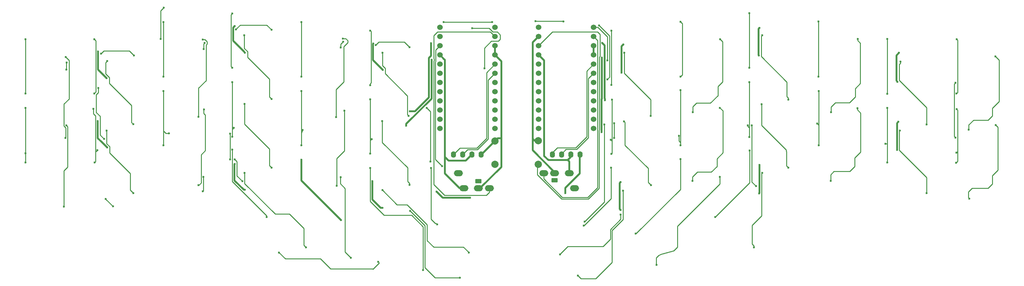
<source format=gtl>
G04 #@! TF.GenerationSoftware,KiCad,Pcbnew,8.0.5*
G04 #@! TF.CreationDate,2024-09-23T11:12:13+08:00*
G04 #@! TF.ProjectId,corne-cherry,636f726e-652d-4636-9865-7272792e6b69,3.0.1*
G04 #@! TF.SameCoordinates,Original*
G04 #@! TF.FileFunction,Copper,L1,Top*
G04 #@! TF.FilePolarity,Positive*
%FSLAX46Y46*%
G04 Gerber Fmt 4.6, Leading zero omitted, Abs format (unit mm)*
G04 Created by KiCad (PCBNEW 8.0.5) date 2024-09-23 11:12:13*
%MOMM*%
%LPD*%
G01*
G04 APERTURE LIST*
G04 Aperture macros list*
%AMRoundRect*
0 Rectangle with rounded corners*
0 $1 Rounding radius*
0 $2 $3 $4 $5 $6 $7 $8 $9 X,Y pos of 4 corners*
0 Add a 4 corners polygon primitive as box body*
4,1,4,$2,$3,$4,$5,$6,$7,$8,$9,$2,$3,0*
0 Add four circle primitives for the rounded corners*
1,1,$1+$1,$2,$3*
1,1,$1+$1,$4,$5*
1,1,$1+$1,$6,$7*
1,1,$1+$1,$8,$9*
0 Add four rect primitives between the rounded corners*
20,1,$1+$1,$2,$3,$4,$5,0*
20,1,$1+$1,$4,$5,$6,$7,0*
20,1,$1+$1,$6,$7,$8,$9,0*
20,1,$1+$1,$8,$9,$2,$3,0*%
G04 Aperture macros list end*
G04 #@! TA.AperFunction,ComponentPad*
%ADD10O,2.500000X1.700000*%
G04 #@! TD*
G04 #@! TA.AperFunction,ComponentPad*
%ADD11O,1.397000X1.778000*%
G04 #@! TD*
G04 #@! TA.AperFunction,ComponentPad*
%ADD12C,2.000000*%
G04 #@! TD*
G04 #@! TA.AperFunction,ComponentPad*
%ADD13C,1.524000*%
G04 #@! TD*
G04 #@! TA.AperFunction,ComponentPad*
%ADD14RoundRect,0.250000X-0.625000X0.350000X-0.625000X-0.350000X0.625000X-0.350000X0.625000X0.350000X0*%
G04 #@! TD*
G04 #@! TA.AperFunction,ComponentPad*
%ADD15RoundRect,0.250000X0.625000X-0.350000X0.625000X0.350000X-0.625000X0.350000X-0.625000X-0.350000X0*%
G04 #@! TD*
G04 #@! TA.AperFunction,ViaPad*
%ADD16C,0.600000*%
G04 #@! TD*
G04 #@! TA.AperFunction,Conductor*
%ADD17C,0.250000*%
G04 #@! TD*
G04 #@! TA.AperFunction,Conductor*
%ADD18C,0.500000*%
G04 #@! TD*
G04 #@! TA.AperFunction,Conductor*
%ADD19C,0.508000*%
G04 #@! TD*
G04 #@! TA.AperFunction,Conductor*
%ADD20C,0.254000*%
G04 #@! TD*
G04 APERTURE END LIST*
D10*
X132334500Y-72192000D03*
X140834500Y-76392000D03*
X137834500Y-76392000D03*
X133834500Y-76392000D03*
D11*
X130948500Y-67028000D03*
X133488500Y-67028000D03*
X136028500Y-67028000D03*
X138568500Y-67028000D03*
D12*
X142424500Y-69781000D03*
X142424500Y-63281000D03*
D10*
X164337500Y-76370000D03*
X155837500Y-72170000D03*
X158837500Y-72170000D03*
X162837500Y-72170000D03*
D11*
X158177500Y-67020000D03*
X160717500Y-67020000D03*
X163257500Y-67020000D03*
X165797500Y-67020000D03*
D12*
X154304500Y-69772000D03*
X154304500Y-63272000D03*
D13*
X142423900Y-31942000D03*
X142423900Y-34482000D03*
X142423900Y-37022000D03*
X142423900Y-39562000D03*
X142423900Y-42102000D03*
X142423900Y-44642000D03*
X142423900Y-47182000D03*
X142423900Y-49722000D03*
X142423900Y-52262000D03*
X142423900Y-54802000D03*
X142423900Y-57342000D03*
X142423900Y-59882000D03*
X127203900Y-59882000D03*
X127203900Y-57342000D03*
X127203900Y-54802000D03*
X127203900Y-52262000D03*
X127203900Y-49722000D03*
X127203900Y-47182000D03*
X127203900Y-44642000D03*
X127203900Y-42102000D03*
X127203900Y-39562000D03*
X127203900Y-37022000D03*
X127203900Y-34482000D03*
X127203900Y-31942000D03*
X169598900Y-31912000D03*
X169598900Y-34452000D03*
X169598900Y-36992000D03*
X169598900Y-39532000D03*
X169598900Y-42072000D03*
X169598900Y-44612000D03*
X169598900Y-47152000D03*
X169598900Y-49692000D03*
X169598900Y-52232000D03*
X169598900Y-54772000D03*
X169598900Y-57312000D03*
X169598900Y-59852000D03*
X154378900Y-59852000D03*
X154378900Y-57312000D03*
X154378900Y-54772000D03*
X154378900Y-52232000D03*
X154378900Y-49692000D03*
X154378900Y-47152000D03*
X154378900Y-44612000D03*
X154378900Y-42072000D03*
X154378900Y-39532000D03*
X154378900Y-36992000D03*
X154378900Y-34452000D03*
X154378900Y-31912000D03*
D14*
X137834500Y-74392000D03*
D15*
X158837500Y-74170000D03*
D16*
X141597500Y-30505000D03*
X128237500Y-30505000D03*
X51107500Y-26505000D03*
X50307500Y-35105000D03*
X123607500Y-54205000D03*
X124607500Y-69005000D03*
X69382500Y-68405000D03*
X69382500Y-61305000D03*
X124807500Y-70805000D03*
X126493737Y-86382353D03*
X126297500Y-77305000D03*
X33032500Y-38605000D03*
X108632500Y-74405000D03*
X111507500Y-43705000D03*
X111407500Y-81805000D03*
X118907500Y-55105000D03*
X73507500Y-38905000D03*
X35507500Y-65105000D03*
X108862510Y-36393716D03*
X73507500Y-76804998D03*
X124807500Y-36305000D03*
X32932500Y-57805000D03*
X70632500Y-31605000D03*
X135547500Y-78960000D03*
X70632500Y-69705000D03*
X35407500Y-46005000D03*
X117907500Y-59105000D03*
X124957510Y-40905000D03*
X13007500Y-66705000D03*
X13007500Y-50205000D03*
X13007500Y-54205000D03*
X13007500Y-69205000D03*
X13007500Y-35205000D03*
X32007500Y-35205000D03*
X32107500Y-69205000D03*
X31964840Y-50194907D03*
X31707500Y-54405000D03*
X32796949Y-65894449D03*
X51007500Y-45505000D03*
X51007500Y-30505000D03*
X51007500Y-64505000D03*
X51007500Y-49505000D03*
X52577078Y-61174578D03*
X70007500Y-47105000D03*
X70007500Y-43105000D03*
X70007500Y-65705000D03*
X70007500Y-62105000D03*
X70007500Y-28105000D03*
X79507500Y-84305000D03*
X70407500Y-59705000D03*
X89007500Y-64505000D03*
X89407500Y-60305000D03*
X100007500Y-85205000D03*
X89007500Y-49505000D03*
X89007500Y-30505000D03*
X89007500Y-45505000D03*
X89007500Y-68505000D03*
X108007500Y-51805000D03*
X122607500Y-99005000D03*
X108007500Y-70805000D03*
X108007500Y-32805000D03*
X108007500Y-66805000D03*
X108007500Y-47905000D03*
X108407504Y-62805000D03*
X127832500Y-70265000D03*
X173357500Y-46265000D03*
X171063762Y-31389024D03*
X175232500Y-62500000D03*
X175232500Y-58415010D03*
X172537500Y-58715000D03*
X167110558Y-85628058D03*
X173357500Y-41015000D03*
X269617500Y-54555000D03*
X269547500Y-66550000D03*
X269592510Y-50205000D03*
X269607500Y-35205000D03*
X269507500Y-69305000D03*
X250507500Y-35105000D03*
X250507500Y-69205000D03*
X250507500Y-54205000D03*
X250507500Y-50305000D03*
X249997500Y-64100010D03*
X231607500Y-49505000D03*
X231507500Y-45505000D03*
X231234449Y-58513051D03*
X231507500Y-30305000D03*
X231607500Y-64505000D03*
X212507500Y-43105000D03*
X212557500Y-65985000D03*
X212507500Y-47105000D03*
X203087500Y-84335000D03*
X212507500Y-28005000D03*
X212507500Y-62205000D03*
X212107500Y-59020000D03*
X193507500Y-64505000D03*
X193137500Y-61875000D03*
X193507500Y-30405000D03*
X193507500Y-49305000D03*
X193507500Y-45505000D03*
X193517500Y-68325000D03*
X181187500Y-88895000D03*
X174417500Y-70675000D03*
X174507500Y-47805000D03*
X166887500Y-86675000D03*
X174507500Y-32805000D03*
X174607500Y-51905000D03*
X174297500Y-63015000D03*
X174507500Y-66905000D03*
X171787500Y-60895000D03*
X171857490Y-40305000D03*
X177777500Y-36645000D03*
X161807500Y-77705000D03*
X177037500Y-82385000D03*
X253757500Y-38945000D03*
X215217502Y-77775000D03*
X177253436Y-44469389D03*
X253172490Y-65734017D03*
X215152490Y-39708861D03*
X176987500Y-74685000D03*
X253577500Y-58005000D03*
X171934500Y-36205000D03*
X215257500Y-69915000D03*
X253314993Y-46956653D03*
X172707500Y-52045000D03*
X215297500Y-32055000D03*
X34727500Y-62720000D03*
X33107500Y-48705000D03*
X71007500Y-32505000D03*
X62107506Y-37954990D03*
X62387500Y-36246952D03*
X80807500Y-32605000D03*
X100597500Y-35880000D03*
X99882500Y-37455000D03*
X109562521Y-36805000D03*
X118807500Y-37405000D03*
X24007500Y-62505000D03*
X24107500Y-40105000D03*
X35507500Y-41205000D03*
X42707500Y-58705000D03*
X60707500Y-56655000D03*
X61907500Y-35305000D03*
X73307500Y-34105000D03*
X80807500Y-51705000D03*
X100443699Y-35003426D03*
X98607500Y-56755000D03*
X111407500Y-38905000D03*
X118607500Y-56405000D03*
X24307500Y-59005000D03*
X23607500Y-81405000D03*
X42707500Y-77705000D03*
X35407500Y-60405000D03*
X73407500Y-53105000D03*
X80807500Y-70705000D03*
X100857500Y-54905000D03*
X98807500Y-75705000D03*
X111307500Y-57805000D03*
X118807500Y-75405000D03*
X90307500Y-92705000D03*
X73407500Y-72105000D03*
X135200692Y-94111767D03*
X111407500Y-76905000D03*
X82907500Y-94105000D03*
X110207500Y-96705000D03*
X132707500Y-101105000D03*
X119007500Y-82605000D03*
X269261664Y-62382960D03*
X269282500Y-47215000D03*
X272977500Y-60175000D03*
X280317500Y-39965000D03*
X254167500Y-41355002D03*
X261307500Y-58745000D03*
X216047500Y-34105000D03*
X223232169Y-51890331D03*
X196907500Y-55365000D03*
X204437500Y-35185000D03*
X178037510Y-38905000D03*
X185337500Y-56385000D03*
X70707500Y-68405000D03*
X72757500Y-74440000D03*
X24402733Y-41609990D03*
X42907500Y-39705000D03*
X33807500Y-39205000D03*
X24307500Y-43570010D03*
X62232510Y-54605000D03*
X60677169Y-75535331D03*
X35107500Y-79305000D03*
X37107500Y-81355000D03*
X61907500Y-77205000D03*
X62032510Y-73205000D03*
X102707500Y-95605000D03*
X99907500Y-73305000D03*
X214327500Y-75765000D03*
X213147500Y-58980002D03*
X160337500Y-94635000D03*
X177042490Y-83655000D03*
X273117500Y-79255000D03*
X280367500Y-58895000D03*
X254007500Y-60425000D03*
X261327500Y-77755000D03*
X242277500Y-54295000D03*
X234907500Y-74355000D03*
X223267169Y-70725331D03*
X215897500Y-53155000D03*
X196857500Y-74365000D03*
X204397500Y-54145000D03*
X185367500Y-75525000D03*
X177937500Y-57865000D03*
X213767500Y-92735000D03*
X216007500Y-72135000D03*
X204327500Y-73235000D03*
X186947500Y-97485000D03*
X177707500Y-77035000D03*
X165207500Y-100455000D03*
X234977500Y-55355000D03*
X242337500Y-35145000D03*
X136157500Y-32150000D03*
X139477500Y-43280000D03*
X161287500Y-30270000D03*
X153537500Y-30250000D03*
D17*
X141597500Y-30505000D02*
X128237500Y-30505000D01*
X50307500Y-27305000D02*
X51107500Y-26505000D01*
X50307500Y-35105000D02*
X50307500Y-27305000D01*
X124607500Y-55205000D02*
X124607500Y-69005000D01*
X123607500Y-54205000D02*
X124607500Y-55205000D01*
X69382500Y-61305000D02*
X69382500Y-68405000D01*
X124782499Y-70830001D02*
X124807500Y-70805000D01*
X125984854Y-86082354D02*
X124782499Y-84879999D01*
X126193738Y-86082354D02*
X125984854Y-86082354D01*
X126493737Y-86382353D02*
X126193738Y-86082354D01*
X124782499Y-84879999D02*
X124782499Y-70830001D01*
D18*
X70257498Y-31980002D02*
X70257498Y-35654998D01*
X73207501Y-38605001D02*
X73507500Y-38905000D01*
D19*
X143134500Y-62571000D02*
X142424500Y-63281000D01*
D18*
X33032500Y-43630000D02*
X35407500Y-46005000D01*
X124807500Y-39805000D02*
X124207500Y-40405000D01*
X108632500Y-74405000D02*
X108632500Y-79530000D01*
D19*
X144134500Y-62571000D02*
X144134500Y-70514000D01*
X142423900Y-37022000D02*
X142423900Y-39562000D01*
D18*
X32932500Y-57805000D02*
X32932500Y-62530000D01*
X70257498Y-35654998D02*
X73207501Y-38605001D01*
X127952500Y-78960000D02*
X135123236Y-78960000D01*
X124207500Y-51305000D02*
X120407500Y-55105000D01*
X111507500Y-43705000D02*
X108812511Y-41010011D01*
D19*
X142424500Y-63281000D02*
X138677500Y-67028000D01*
D18*
X70607500Y-74205000D02*
X73207498Y-76804998D01*
X119331764Y-55105000D02*
X118907500Y-55105000D01*
X120407500Y-55105000D02*
X119331764Y-55105000D01*
D19*
X142423900Y-39562000D02*
X144134500Y-41272600D01*
D18*
X108812511Y-41010011D02*
X108812511Y-36443715D01*
X70607500Y-69730000D02*
X70607500Y-74205000D01*
X110907500Y-81805000D02*
X111407500Y-81805000D01*
D19*
X144134500Y-62571000D02*
X143134500Y-62571000D01*
X138302500Y-76392000D02*
X138568500Y-76658000D01*
D18*
X124807500Y-36305000D02*
X124807500Y-39805000D01*
X108632500Y-79530000D02*
X110907500Y-81805000D01*
X70632500Y-31605000D02*
X70257498Y-31980002D01*
X124207500Y-40405000D02*
X124207500Y-51305000D01*
X34007500Y-63605000D02*
X35507500Y-65105000D01*
X33032500Y-38605000D02*
X33032500Y-43630000D01*
X32932500Y-62530000D02*
X34007500Y-63605000D01*
X73207498Y-76804998D02*
X73507500Y-76804998D01*
X108812511Y-36443715D02*
X108862510Y-36393716D01*
D19*
X138677500Y-67028000D02*
X138568500Y-67028000D01*
D18*
X135123236Y-78960000D02*
X135547500Y-78960000D01*
X126297500Y-77305000D02*
X127952500Y-78960000D01*
D19*
X138256500Y-76392000D02*
X138302500Y-76392000D01*
X144134500Y-41272600D02*
X144134500Y-62571000D01*
D18*
X70632500Y-69705000D02*
X70607500Y-69730000D01*
D19*
X144134500Y-70514000D02*
X138256500Y-76392000D01*
D18*
X124907500Y-51605000D02*
X124907500Y-40955010D01*
D19*
X128468501Y-40778001D02*
X128627500Y-40937000D01*
X129620500Y-68730000D02*
X134326500Y-68730000D01*
D18*
X124907500Y-40955010D02*
X124957510Y-40905000D01*
X117907500Y-59105000D02*
X117907500Y-58605000D01*
D19*
X128419901Y-40778001D02*
X128468501Y-40778001D01*
X128627500Y-40937000D02*
X128627500Y-67737000D01*
X133834500Y-76392000D02*
X132682500Y-76392000D01*
X128627500Y-67737000D02*
X129620500Y-68730000D01*
X134326500Y-68730000D02*
X136028500Y-67028000D01*
X128627500Y-72337000D02*
X128627500Y-67737000D01*
X132682500Y-76392000D02*
X128627500Y-72337000D01*
D18*
X117907500Y-58605000D02*
X124907500Y-51605000D01*
D19*
X127203900Y-39562000D02*
X128419901Y-40778001D01*
D17*
X13007500Y-35205000D02*
X13007500Y-50205000D01*
X13007500Y-57305000D02*
X13007500Y-66705000D01*
X13007500Y-66705000D02*
X13007500Y-69205000D01*
X13007500Y-54205000D02*
X13007500Y-57305000D01*
X32307500Y-56405000D02*
X32307500Y-66205000D01*
X32486398Y-66205000D02*
X32496950Y-66194448D01*
X32307500Y-69005000D02*
X32107500Y-69205000D01*
X31707500Y-54405000D02*
X31707500Y-55805000D01*
X32407500Y-35605000D02*
X32407500Y-49752247D01*
X32264839Y-49894908D02*
X31964840Y-50194907D01*
X32007500Y-35205000D02*
X32407500Y-35605000D01*
X32496950Y-66194448D02*
X32796949Y-65894449D01*
X31707500Y-55805000D02*
X32307500Y-56405000D01*
X32307500Y-66205000D02*
X32486398Y-66205000D01*
X32407500Y-49752247D02*
X32264839Y-49894908D01*
X32307500Y-66205000D02*
X32307500Y-69005000D01*
X51007500Y-49505000D02*
X51007500Y-60505000D01*
X51007500Y-30505000D02*
X51007500Y-45505000D01*
X51007500Y-60505000D02*
X51677078Y-61174578D01*
X51677078Y-61174578D02*
X52152814Y-61174578D01*
X51007500Y-60505000D02*
X51007500Y-64505000D01*
X52152814Y-61174578D02*
X52577078Y-61174578D01*
X70007500Y-60005000D02*
X70107501Y-60004999D01*
X69682488Y-28430012D02*
X69682488Y-42779988D01*
X70007500Y-28105000D02*
X69682488Y-28430012D01*
X70007500Y-65705000D02*
X70007500Y-74505000D01*
X70107501Y-60004999D02*
X70407500Y-59705000D01*
X69707501Y-42805001D02*
X70007500Y-43105000D01*
X70007500Y-74505000D02*
X79507500Y-84005000D01*
X69682488Y-42779988D02*
X69707501Y-42805001D01*
X70007500Y-60005000D02*
X70007500Y-62105000D01*
X70007500Y-47105000D02*
X70007500Y-60005000D01*
X79507500Y-84005000D02*
X79507500Y-84305000D01*
D18*
X99707501Y-84905001D02*
X100007500Y-85205000D01*
D17*
X89007500Y-49505000D02*
X89007500Y-62305000D01*
D18*
X89007500Y-74205000D02*
X99707501Y-84905001D01*
D17*
X89007500Y-30505000D02*
X89007500Y-45505000D01*
X89007500Y-61105000D02*
X89007500Y-62305000D01*
D18*
X89007500Y-68505000D02*
X89007500Y-74205000D01*
D17*
X89407500Y-60305000D02*
X89007500Y-61105000D01*
X89007500Y-62305000D02*
X89007500Y-64505000D01*
X108007500Y-51805000D02*
X108007500Y-66805000D01*
X108007500Y-70805000D02*
X108007500Y-80005000D01*
D20*
X108007500Y-63105000D02*
X108107505Y-63104999D01*
D17*
X119407500Y-83805000D02*
X122607500Y-87005000D01*
X108007500Y-47480736D02*
X108007500Y-47905000D01*
X122607500Y-87005000D02*
X122607500Y-99005000D01*
X108237500Y-47250736D02*
X108007500Y-47480736D01*
X108237500Y-33035000D02*
X108237500Y-47250736D01*
X111807500Y-83805000D02*
X119407500Y-83805000D01*
X108007500Y-32805000D02*
X108237500Y-33035000D01*
X108007500Y-80005000D02*
X111807500Y-83805000D01*
D20*
X108107505Y-63104999D02*
X108407504Y-62805000D01*
X128463516Y-78300000D02*
X134969536Y-78300000D01*
X125534502Y-40554028D02*
X125584512Y-40604038D01*
X126514500Y-33214000D02*
X125534502Y-34193998D01*
X140047502Y-78282998D02*
X140834500Y-77496000D01*
X125534502Y-34193998D02*
X125534502Y-40554028D01*
X134986538Y-78282998D02*
X140047502Y-78282998D01*
X125534502Y-75370986D02*
X128463516Y-78300000D01*
X141155900Y-33214000D02*
X126514500Y-33214000D01*
X134969536Y-78300000D02*
X134986538Y-78282998D01*
X125584512Y-41205962D02*
X125534502Y-41255972D01*
X125584512Y-40604038D02*
X125584512Y-41205962D01*
X140834500Y-77496000D02*
X140834500Y-76392000D01*
X142423900Y-34482000D02*
X141155900Y-33214000D01*
X125534502Y-41255972D02*
X125534502Y-75370986D01*
X125988513Y-41444029D02*
X125988513Y-68421013D01*
X127203900Y-37022000D02*
X126038522Y-38187378D01*
X125988513Y-68421013D02*
X127832500Y-70265000D01*
X127832500Y-70265000D02*
X127837500Y-70270000D01*
X126038522Y-41394020D02*
X125988513Y-41444029D01*
X126038522Y-38187378D02*
X126038522Y-41394020D01*
X137592557Y-65708011D02*
X134808489Y-65708011D01*
X142423900Y-44642000D02*
X140558511Y-46507389D01*
X140558510Y-62742058D02*
X137592557Y-65708011D01*
X140558511Y-46507389D02*
X140558510Y-62742058D01*
X134186999Y-66329501D02*
X133488500Y-67028000D01*
X134808489Y-65708011D02*
X134186999Y-66329501D01*
X142423900Y-42102000D02*
X140104500Y-44421400D01*
X130948500Y-67010000D02*
X130948500Y-67028000D01*
X132704500Y-65254000D02*
X130948500Y-67010000D01*
X137404500Y-65254000D02*
X132704500Y-65254000D01*
X140104500Y-62554000D02*
X137404500Y-65254000D01*
X140104500Y-44421400D02*
X140104500Y-62554000D01*
D17*
X173982501Y-45639999D02*
X173982501Y-34307763D01*
X173982501Y-34307763D02*
X171063762Y-31389024D01*
X173357500Y-46265000D02*
X173982501Y-45639999D01*
X175232500Y-58415010D02*
X175232500Y-62500000D01*
X172537500Y-80201116D02*
X167110558Y-85628058D01*
X172537500Y-58715000D02*
X172537500Y-80201116D01*
D20*
X155837500Y-72170000D02*
X155837500Y-73170000D01*
X170646488Y-60155982D02*
X170646488Y-76198944D01*
X170687901Y-35537001D02*
X170687901Y-60114569D01*
X160968489Y-78890989D02*
X155837500Y-73760000D01*
X167954443Y-78890989D02*
X160968489Y-78890989D01*
X155837500Y-73760000D02*
X155837500Y-72170000D01*
X169603900Y-34453000D02*
X170687901Y-35537001D01*
X170687901Y-60114569D02*
X170646488Y-60155982D01*
X170646488Y-76198944D02*
X167954443Y-78890989D01*
X167674500Y-62145000D02*
X164648511Y-65170989D01*
X159548511Y-65170989D02*
X158039500Y-66680000D01*
X167674500Y-44002400D02*
X167674500Y-62145000D01*
X164648511Y-65170989D02*
X159548511Y-65170989D01*
X158039500Y-66680000D02*
X158039500Y-67015000D01*
X169603900Y-42073000D02*
X167674500Y-44002400D01*
X168128511Y-62390989D02*
X164894500Y-65625000D01*
X169603900Y-44613000D02*
X168128511Y-46088389D01*
X164894500Y-65625000D02*
X161969500Y-65625000D01*
X168128511Y-46088389D02*
X168128511Y-62390989D01*
X161969500Y-65625000D02*
X160579500Y-67015000D01*
D17*
X169643900Y-31912000D02*
X170721530Y-31912000D01*
X170721530Y-31912000D02*
X173357500Y-34547970D01*
X173357500Y-34547970D02*
X173357500Y-41015000D01*
D20*
X171307500Y-33848000D02*
X171307500Y-39927026D01*
X158201900Y-33175000D02*
X170634500Y-33175000D01*
X171307500Y-39927026D02*
X171141912Y-40092614D01*
X168142500Y-79345000D02*
X160772500Y-79345000D01*
X171141911Y-60302627D02*
X171100499Y-60344039D01*
X160772500Y-79345000D02*
X154057500Y-72630000D01*
X171141912Y-40092614D02*
X171141911Y-60302627D01*
X171100499Y-60344039D02*
X171100499Y-76387001D01*
X170634500Y-33175000D02*
X171307500Y-33848000D01*
X154057500Y-70019000D02*
X154304500Y-69772000D01*
X154057500Y-72630000D02*
X154057500Y-70019000D01*
X154383900Y-36993000D02*
X158201900Y-33175000D01*
X171100499Y-76387001D02*
X168142500Y-79345000D01*
D17*
X269907500Y-49890010D02*
X269892509Y-49905001D01*
X269917499Y-64465001D02*
X269917499Y-54854999D01*
X269917499Y-54854999D02*
X269617500Y-54555000D01*
X269907500Y-68905000D02*
X269507500Y-69305000D01*
X269897500Y-64485000D02*
X269917499Y-64465001D01*
X269899204Y-64486704D02*
X269899204Y-66198296D01*
X269607500Y-35205000D02*
X269907500Y-35505000D01*
X269892509Y-49905001D02*
X269592510Y-50205000D01*
X269897500Y-64485000D02*
X269899204Y-64486704D01*
X269907500Y-35505000D02*
X269907500Y-49890010D01*
X269897500Y-64485000D02*
X269907500Y-68905000D01*
X269899204Y-66198296D02*
X269547500Y-66550000D01*
X250507500Y-64335000D02*
X250507500Y-64185746D01*
X250507500Y-64185746D02*
X250421764Y-64100010D01*
X250507500Y-35105000D02*
X250507500Y-50305000D01*
X250507500Y-54205000D02*
X250507500Y-64335000D01*
X250421764Y-64100010D02*
X249997500Y-64100010D01*
X250507500Y-64335000D02*
X250507500Y-69205000D01*
X231507500Y-30305000D02*
X231507500Y-45505000D01*
X231534448Y-58813050D02*
X231234449Y-58513051D01*
X231607500Y-59795000D02*
X231607500Y-58886102D01*
X231607500Y-58886102D02*
X231534448Y-58813050D01*
X231607500Y-49505000D02*
X231607500Y-59795000D01*
X231607500Y-59795000D02*
X231607500Y-64505000D01*
X212507500Y-60295000D02*
X212507500Y-62005000D01*
X212507500Y-60295000D02*
X212507500Y-59640000D01*
X212107500Y-59240000D02*
X212107500Y-59020000D01*
X212507500Y-59640000D02*
X212107500Y-59240000D01*
X203087500Y-84335000D02*
X212557500Y-74865000D01*
X212557500Y-74865000D02*
X212557500Y-65985000D01*
X212507500Y-28005000D02*
X212507500Y-43105000D01*
X212507500Y-47105000D02*
X212507500Y-60295000D01*
X212507500Y-62005000D02*
X212507500Y-62205000D01*
X193507500Y-63715000D02*
X193137500Y-63345000D01*
X193137500Y-63345000D02*
X193137500Y-62299264D01*
X193137500Y-62299264D02*
X193137500Y-61875000D01*
X193507500Y-30405000D02*
X194007500Y-30905000D01*
X194007500Y-45005000D02*
X193507500Y-45505000D01*
X194007500Y-30905000D02*
X194007500Y-45005000D01*
X193507500Y-63715000D02*
X193507500Y-64505000D01*
X193517500Y-68325000D02*
X193517500Y-76665000D01*
X181287500Y-88895000D02*
X181187500Y-88895000D01*
X193507500Y-49305000D02*
X193507500Y-63715000D01*
X193517500Y-76665000D02*
X181287500Y-88895000D01*
X174607500Y-66805000D02*
X174507500Y-66905000D01*
X166947500Y-86675000D02*
X166887500Y-86675000D01*
X174607500Y-63295000D02*
X174327500Y-63015000D01*
X174607500Y-51905000D02*
X174607500Y-64475000D01*
X174417500Y-79205000D02*
X166947500Y-86675000D01*
X174507500Y-32805000D02*
X174507500Y-47805000D01*
X174607500Y-64475000D02*
X174607500Y-66805000D01*
X174327500Y-63015000D02*
X174297500Y-63015000D01*
X174417500Y-70675000D02*
X174417500Y-79205000D01*
X174607500Y-64475000D02*
X174607500Y-63295000D01*
D18*
X163214500Y-67015000D02*
X163119500Y-67015000D01*
X163244500Y-67045000D02*
X163214500Y-67015000D01*
X159047500Y-68610000D02*
X159057500Y-68600000D01*
X162469500Y-68600000D02*
X163244500Y-67825000D01*
X155917500Y-41066600D02*
X155917500Y-67430000D01*
X157097500Y-68610000D02*
X159047500Y-68610000D01*
X154383900Y-39533000D02*
X155917500Y-41066600D01*
X171787500Y-51754998D02*
X171787500Y-60470736D01*
X155917500Y-67430000D02*
X157097500Y-68610000D01*
X171857490Y-40305000D02*
X171857490Y-51685008D01*
X159057500Y-68600000D02*
X161534500Y-68600000D01*
X171787500Y-60470736D02*
X171787500Y-60895000D01*
X162469500Y-68600000D02*
X162837500Y-68968000D01*
X171857490Y-51685008D02*
X171787500Y-51754998D01*
X162837500Y-68968000D02*
X162837500Y-72170000D01*
X163244500Y-67825000D02*
X163244500Y-67045000D01*
X161534500Y-68600000D02*
X162469500Y-68600000D01*
D19*
X152784500Y-65895000D02*
X158837500Y-71948000D01*
D18*
X169603900Y-36993000D02*
X169603900Y-39533000D01*
D19*
X153304500Y-63272000D02*
X154304500Y-63272000D01*
X158837500Y-71948000D02*
X158837500Y-72170000D01*
X152784500Y-62752000D02*
X152784500Y-65895000D01*
X152784500Y-62752000D02*
X153304500Y-63272000D01*
D18*
X214997501Y-32354999D02*
X214997501Y-39553872D01*
X215257500Y-69915000D02*
X215257500Y-77735002D01*
X165689500Y-67045000D02*
X165784500Y-67045000D01*
X177287500Y-44435325D02*
X177253436Y-44469389D01*
X177037500Y-82385000D02*
X176737501Y-82085001D01*
X165784500Y-67045000D02*
X165784500Y-72295000D01*
D19*
X153621901Y-35214999D02*
X153621901Y-35215599D01*
D18*
X172607500Y-51520736D02*
X172707500Y-51620736D01*
X253172490Y-65309753D02*
X253172490Y-65734017D01*
X253014994Y-46656654D02*
X253314993Y-46956653D01*
X172607500Y-36878000D02*
X172607500Y-51520736D01*
X253172490Y-58410010D02*
X253172490Y-65309753D01*
X215297500Y-32055000D02*
X214997501Y-32354999D01*
X172707500Y-51620736D02*
X172707500Y-52045000D01*
D19*
X152784500Y-36053000D02*
X152784500Y-62752000D01*
D18*
X177287500Y-37135000D02*
X177287500Y-44435325D01*
X214997501Y-39553872D02*
X215152490Y-39708861D01*
X253577500Y-58005000D02*
X253172490Y-58410010D01*
X176737501Y-82085001D02*
X176737501Y-74934999D01*
X176737501Y-74934999D02*
X176987500Y-74685000D01*
X161807500Y-76272000D02*
X161807500Y-77705000D01*
X171934500Y-36205000D02*
X172607500Y-36878000D01*
X253757500Y-38945000D02*
X253014994Y-39687506D01*
D19*
X154383900Y-34453000D02*
X153621901Y-35214999D01*
X153621901Y-35215599D02*
X152784500Y-36053000D01*
D18*
X161807500Y-77705000D02*
X161807500Y-77508000D01*
X177777500Y-36645000D02*
X177287500Y-37135000D01*
X165784500Y-72295000D02*
X161807500Y-76272000D01*
X215257500Y-77735002D02*
X215217502Y-77775000D01*
X253014994Y-39687506D02*
X253014994Y-46656654D01*
X165659500Y-67015000D02*
X165689500Y-67045000D01*
D17*
X33107500Y-49905000D02*
X32507500Y-50505000D01*
X33577500Y-56475000D02*
X33577500Y-61660000D01*
X34637500Y-62720000D02*
X34727500Y-62720000D01*
X33107500Y-48705000D02*
X33107500Y-49905000D01*
X32507500Y-55405000D02*
X33577500Y-56475000D01*
X33577500Y-61660000D02*
X34637500Y-62720000D01*
X32507500Y-50505000D02*
X32507500Y-55405000D01*
X79512500Y-31310000D02*
X72202500Y-31310000D01*
X62107506Y-36526946D02*
X62387500Y-36246952D01*
X72202500Y-31310000D02*
X71307499Y-32205001D01*
X62107506Y-37954990D02*
X62107506Y-36526946D01*
X80807500Y-32605000D02*
X79512500Y-31310000D01*
X71307499Y-32205001D02*
X71007500Y-32505000D01*
X99882500Y-37455000D02*
X99882500Y-36595000D01*
X109862520Y-36505001D02*
X109562521Y-36805000D01*
X110362521Y-36005000D02*
X109862520Y-36505001D01*
X117407500Y-36005000D02*
X110362521Y-36005000D01*
X118807500Y-37405000D02*
X117407500Y-36005000D01*
X99882500Y-36595000D02*
X100597500Y-35880000D01*
X24107500Y-40105000D02*
X25027735Y-41025235D01*
X25027735Y-51684765D02*
X23607501Y-53104999D01*
X24107500Y-59705000D02*
X24107500Y-62405000D01*
X24107500Y-62405000D02*
X24007500Y-62505000D01*
X23607501Y-53104999D02*
X23607501Y-59205001D01*
X25027735Y-41025235D02*
X25027735Y-51684765D01*
X23607501Y-59205001D02*
X24107500Y-59705000D01*
X36117500Y-45800000D02*
X36117500Y-47420000D01*
X35107500Y-44790000D02*
X36117500Y-45800000D01*
X35107500Y-41605000D02*
X35107500Y-44790000D01*
X42207500Y-53510000D02*
X42207500Y-58205000D01*
X35507500Y-41205000D02*
X35107500Y-41605000D01*
X36117500Y-47420000D02*
X42207500Y-53510000D01*
X42207500Y-58205000D02*
X42707500Y-58705000D01*
X63042502Y-36540002D02*
X63042502Y-35889998D01*
X62457504Y-35305000D02*
X62331764Y-35305000D01*
X62807500Y-36775004D02*
X63042502Y-36540002D01*
X60707500Y-48705000D02*
X62807500Y-46605000D01*
X60707500Y-56655000D02*
X60707500Y-48705000D01*
X62807500Y-46605000D02*
X62807500Y-36775004D01*
X62331764Y-35305000D02*
X61907500Y-35305000D01*
X63042502Y-35889998D02*
X62457504Y-35305000D01*
X74187500Y-40200000D02*
X80207500Y-46220000D01*
X74187500Y-38610000D02*
X74187500Y-40200000D01*
X73307500Y-37730000D02*
X74187500Y-38610000D01*
X80207500Y-46220000D02*
X80207500Y-51105000D01*
X73307500Y-34105000D02*
X73307500Y-37730000D01*
X80207500Y-51105000D02*
X80807500Y-51705000D01*
X101255930Y-35003426D02*
X100867963Y-35003426D01*
X100707499Y-37265005D02*
X101812502Y-36160002D01*
X101812502Y-35559998D02*
X101255930Y-35003426D01*
X98607500Y-49105000D02*
X100707499Y-47005001D01*
X101812502Y-36160002D02*
X101812502Y-35559998D01*
X100707499Y-47005001D02*
X100707499Y-37265005D01*
X98607500Y-56755000D02*
X98607500Y-49105000D01*
X100867963Y-35003426D02*
X100443699Y-35003426D01*
X112147500Y-44720000D02*
X118282499Y-50854999D01*
X112147500Y-43270000D02*
X112147500Y-44720000D01*
X111407500Y-38905000D02*
X111407500Y-42530000D01*
X118282499Y-56079999D02*
X118607500Y-56405000D01*
X111407500Y-42530000D02*
X112147500Y-43270000D01*
X118282499Y-50854999D02*
X118282499Y-56079999D01*
X24307500Y-59005000D02*
X24632501Y-59330001D01*
X24632501Y-70479999D02*
X23607500Y-71505000D01*
X23607500Y-71505000D02*
X23607500Y-80980736D01*
X23607500Y-80980736D02*
X23607500Y-81405000D01*
X24632501Y-59330001D02*
X24632501Y-70479999D01*
X36187500Y-66585000D02*
X41907500Y-72305000D01*
X35407500Y-60405000D02*
X35407500Y-64050000D01*
X36187500Y-64830000D02*
X36187500Y-66585000D01*
X41907500Y-72305000D02*
X41907500Y-76905000D01*
X35407500Y-64050000D02*
X36187500Y-64830000D01*
X41907500Y-76905000D02*
X42707500Y-77705000D01*
X73407500Y-53105000D02*
X73407500Y-58705000D01*
X80207500Y-65505000D02*
X80207500Y-70105000D01*
X73407500Y-58705000D02*
X80207500Y-65505000D01*
X80207500Y-70105000D02*
X80807500Y-70705000D01*
X98807500Y-75705000D02*
X98807500Y-68105000D01*
X100857500Y-55329264D02*
X100857500Y-54905000D01*
X100857500Y-66055000D02*
X100857500Y-55329264D01*
X98807500Y-68105000D02*
X100857500Y-66055000D01*
X118307500Y-74480736D02*
X118807500Y-74980736D01*
X118807500Y-74980736D02*
X118807500Y-75405000D01*
X111307500Y-63705000D02*
X118307500Y-70705000D01*
X118307500Y-70705000D02*
X118307500Y-74480736D01*
X111307500Y-57805000D02*
X111307500Y-63705000D01*
X85777500Y-83510000D02*
X89707500Y-87440000D01*
X89707500Y-92105000D02*
X90307500Y-92705000D01*
X81867500Y-83510000D02*
X85777500Y-83510000D01*
X73407500Y-75050000D02*
X81867500Y-83510000D01*
X73407500Y-72105000D02*
X73407500Y-75050000D01*
X89707500Y-87440000D02*
X89707500Y-92105000D01*
X123707500Y-90805000D02*
X125507500Y-92605000D01*
X133693925Y-92605000D02*
X134900693Y-93811768D01*
X111407500Y-76905000D02*
X115407500Y-80905000D01*
X115407500Y-80905000D02*
X118207500Y-80905000D01*
X118207500Y-80905000D02*
X123707500Y-86405000D01*
X123707500Y-86405000D02*
X123707500Y-90805000D01*
X134900693Y-93811768D02*
X135200692Y-94111767D01*
X125507500Y-92605000D02*
X133693925Y-92605000D01*
X97107500Y-98605000D02*
X94307500Y-95805000D01*
X108707500Y-98605000D02*
X97107500Y-98605000D01*
X84607500Y-95805000D02*
X82907500Y-94105000D01*
X108807500Y-98705000D02*
X108707500Y-98605000D01*
X110207500Y-96705000D02*
X110507500Y-97005000D01*
X94307500Y-95805000D02*
X84607500Y-95805000D01*
X110507500Y-97005000D02*
X108807500Y-98705000D01*
X125907500Y-101105000D02*
X132707500Y-101105000D01*
X123107500Y-86705000D02*
X123107500Y-98305000D01*
X123107500Y-98305000D02*
X125907500Y-101105000D01*
X119007500Y-82605000D02*
X123107500Y-86705000D01*
X269282500Y-47215000D02*
X268961665Y-47535835D01*
X268961665Y-47535835D02*
X268961665Y-62082961D01*
X268961665Y-62082961D02*
X269261664Y-62382960D01*
X281337500Y-40985000D02*
X281337500Y-52375000D01*
X279447500Y-54265000D02*
X279447500Y-56385000D01*
X274297500Y-57525000D02*
X272977500Y-58845000D01*
X280317500Y-39965000D02*
X281337500Y-40985000D01*
X278307500Y-57525000D02*
X274297500Y-57525000D01*
X279447500Y-56385000D02*
X278307500Y-57525000D01*
X272977500Y-58845000D02*
X272977500Y-60175000D01*
X281337500Y-52375000D02*
X279447500Y-54265000D01*
X254167500Y-41779266D02*
X254167500Y-41355002D01*
X261307500Y-58745000D02*
X261307500Y-54075000D01*
X253817500Y-42129266D02*
X254167500Y-41779266D01*
X253817500Y-46585000D02*
X253817500Y-42129266D01*
X261307500Y-54075000D02*
X253817500Y-46585000D01*
X223232169Y-51890331D02*
X223232169Y-51466067D01*
X222827500Y-47035000D02*
X215777500Y-39985000D01*
X222827500Y-51061398D02*
X222827500Y-47035000D01*
X223232169Y-51466067D02*
X222827500Y-51061398D01*
X215777500Y-34375000D02*
X216047500Y-34105000D01*
X215777500Y-39985000D02*
X215777500Y-34375000D01*
X196907500Y-53865000D02*
X196907500Y-55365000D01*
X205157500Y-35905000D02*
X205157500Y-46955000D01*
X197917500Y-52855000D02*
X196907500Y-53865000D01*
X205157500Y-46955000D02*
X203857500Y-48255000D01*
X201757500Y-52855000D02*
X197917500Y-52855000D01*
X203857500Y-50755000D02*
X201757500Y-52855000D01*
X204437500Y-35185000D02*
X205157500Y-35905000D01*
X203857500Y-48255000D02*
X203857500Y-50755000D01*
X178037510Y-44595010D02*
X178037510Y-39329264D01*
X185337500Y-51895000D02*
X178037510Y-44595010D01*
X185337500Y-56385000D02*
X185337500Y-51895000D01*
X178037510Y-39329264D02*
X178037510Y-38905000D01*
X71307500Y-72990000D02*
X72757500Y-74440000D01*
X70707500Y-68405000D02*
X71307500Y-69005000D01*
X71307500Y-69005000D02*
X71307500Y-72990000D01*
X24307500Y-43570010D02*
X24307500Y-41705223D01*
X41607500Y-38405000D02*
X34607500Y-38405000D01*
X42907500Y-39705000D02*
X41607500Y-38405000D01*
X24307500Y-41705223D02*
X24402733Y-41609990D01*
X34607500Y-38405000D02*
X34107499Y-38905001D01*
X34107499Y-38905001D02*
X33807500Y-39205000D01*
X60677169Y-75535331D02*
X60707500Y-75505000D01*
X62107500Y-54730010D02*
X62232510Y-54605000D01*
X61407500Y-67105000D02*
X62532509Y-65979991D01*
X62532509Y-56130009D02*
X62107500Y-55705000D01*
X62107500Y-55705000D02*
X62107500Y-54730010D01*
X60807500Y-75505000D02*
X61407500Y-74905000D01*
X60707500Y-75505000D02*
X60807500Y-75505000D01*
X62532509Y-65979991D02*
X62532509Y-56130009D01*
X61407500Y-74905000D02*
X61407500Y-67105000D01*
X37107500Y-81355000D02*
X35207500Y-79455000D01*
X62007500Y-73230010D02*
X62032510Y-73205000D01*
X35207500Y-79455000D02*
X35207500Y-79405000D01*
X62007500Y-77105000D02*
X62007500Y-73230010D01*
X61907500Y-77205000D02*
X62007500Y-77105000D01*
X35207500Y-79405000D02*
X35107500Y-79305000D01*
X99807500Y-73405000D02*
X99807500Y-75105000D01*
X99907500Y-73305000D02*
X99807500Y-73405000D01*
X101107500Y-76405000D02*
X101107500Y-94005000D01*
X99807500Y-75105000D02*
X101107500Y-76405000D01*
X101107500Y-94005000D02*
X102707500Y-95605000D01*
X213187500Y-74625000D02*
X213187500Y-59444266D01*
X213187500Y-59444266D02*
X213147500Y-59404266D01*
X214327500Y-75765000D02*
X213187500Y-74625000D01*
X213147500Y-59404266D02*
X213147500Y-58980002D01*
X174187500Y-90410000D02*
X174187500Y-87775000D01*
X177042490Y-84920010D02*
X177042490Y-83655000D01*
X162457500Y-92430000D02*
X172167500Y-92430000D01*
X160337500Y-94635000D02*
X160337500Y-94550000D01*
X174187500Y-87775000D02*
X177042490Y-84920010D01*
X160337500Y-94550000D02*
X162457500Y-92430000D01*
X172167500Y-92430000D02*
X174187500Y-90410000D01*
X280979501Y-59507001D02*
X280979501Y-71382999D01*
X272887500Y-77370000D02*
X272887500Y-79025000D01*
X272887500Y-79025000D02*
X273117500Y-79255000D01*
X278302500Y-76350000D02*
X273907500Y-76350000D01*
X280367500Y-58895000D02*
X280979501Y-59507001D01*
X279467500Y-75185000D02*
X278302500Y-76350000D01*
X273907500Y-76350000D02*
X272887500Y-77370000D01*
X279467500Y-72895000D02*
X279467500Y-75185000D01*
X280979501Y-71382999D02*
X279467500Y-72895000D01*
X253797500Y-60635000D02*
X254007500Y-60425000D01*
X261327500Y-73375000D02*
X253797500Y-65845000D01*
X253797500Y-65845000D02*
X253797500Y-60635000D01*
X261327500Y-77755000D02*
X261327500Y-73375000D01*
X243167500Y-55609264D02*
X243167500Y-66375000D01*
X241527500Y-68015000D02*
X241527500Y-70385000D01*
X242277500Y-54295000D02*
X242277500Y-54719264D01*
X243167500Y-66375000D02*
X241527500Y-68015000D01*
X234887500Y-72615000D02*
X234887500Y-74335000D01*
X240177500Y-71735000D02*
X235767500Y-71735000D01*
X234887500Y-74335000D02*
X234907500Y-74355000D01*
X235767500Y-71735000D02*
X234887500Y-72615000D01*
X241527500Y-70385000D02*
X240177500Y-71735000D01*
X242277500Y-54719264D02*
X243167500Y-55609264D01*
X222707500Y-66227998D02*
X222687500Y-66207998D01*
X222687500Y-65755000D02*
X215897500Y-58965000D01*
X222707500Y-70165662D02*
X222707500Y-66227998D01*
X215897500Y-58965000D02*
X215897500Y-53155000D01*
X223267169Y-70725331D02*
X222707500Y-70165662D01*
X222687500Y-66207998D02*
X222687500Y-65755000D01*
X203587500Y-70315000D02*
X202007510Y-71894990D01*
X202007510Y-71894990D02*
X198157490Y-71894990D01*
X196857500Y-73194980D02*
X196857500Y-74365000D01*
X204397500Y-54145000D02*
X205227500Y-54975000D01*
X205227500Y-54975000D02*
X205227500Y-66575000D01*
X198157490Y-71894990D02*
X196857500Y-73194980D01*
X205227500Y-66575000D02*
X203587500Y-68215000D01*
X203587500Y-68215000D02*
X203587500Y-70315000D01*
X184617500Y-74775000D02*
X184617500Y-70887998D01*
X185367500Y-75525000D02*
X184617500Y-74775000D01*
X184617500Y-70887998D02*
X178234502Y-64505000D01*
X178234502Y-64505000D02*
X178234502Y-58162002D01*
X178234502Y-58162002D02*
X177937500Y-57865000D01*
X213767500Y-92735000D02*
X213767500Y-92310736D01*
X213767500Y-92310736D02*
X213247500Y-91790736D01*
X215842503Y-72299997D02*
X216007500Y-72135000D01*
X213247500Y-91790736D02*
X213247500Y-86575000D01*
X213247500Y-86575000D02*
X214737500Y-85085000D01*
X214737500Y-85085000D02*
X215842503Y-83979997D01*
X214737500Y-85085000D02*
X215237500Y-84585000D01*
X215842503Y-83979997D02*
X215842503Y-72299997D01*
X186837500Y-95620000D02*
X186837500Y-97375000D01*
X204327500Y-73235000D02*
X204327500Y-75190000D01*
X187901823Y-94710298D02*
X187697500Y-94790000D01*
X187551049Y-94906451D02*
X186837500Y-95620000D01*
X186837500Y-97375000D02*
X186947500Y-97485000D01*
X187950366Y-94626221D02*
X187901823Y-94710298D01*
X191694520Y-93622979D02*
X187950366Y-94626221D01*
X187697500Y-94790000D02*
X187551049Y-94906451D01*
X192667500Y-92650000D02*
X191694520Y-93622979D01*
X192667500Y-86850000D02*
X192667500Y-92650000D01*
X204327500Y-75190000D02*
X192667500Y-86850000D01*
X174667500Y-88015000D02*
X177667500Y-85015000D01*
X177667500Y-77075000D02*
X177707500Y-77035000D01*
X166112500Y-101360000D02*
X170167500Y-101360000D01*
X165207500Y-100455000D02*
X166112500Y-101360000D01*
X177667500Y-85015000D02*
X177667500Y-77075000D01*
X174667500Y-96860000D02*
X174667500Y-88015000D01*
X170167500Y-101360000D02*
X174667500Y-96860000D01*
X242337500Y-35145000D02*
X242337500Y-35569264D01*
X243087500Y-36319264D02*
X243087500Y-47425000D01*
X236212500Y-52715000D02*
X234977500Y-53950000D01*
X243087500Y-47425000D02*
X241677500Y-48835000D01*
X242337500Y-35569264D02*
X243087500Y-36319264D01*
X240087500Y-52715000D02*
X236212500Y-52715000D01*
X241677500Y-51125000D02*
X240087500Y-52715000D01*
X234977500Y-53950000D02*
X234977500Y-55355000D01*
X241677500Y-48835000D02*
X241677500Y-51125000D01*
X143867500Y-35170000D02*
X143867500Y-34022349D01*
X141827500Y-33210000D02*
X140767500Y-32150000D01*
X143867500Y-34022349D02*
X143055151Y-33210000D01*
X141387500Y-35760000D02*
X143277500Y-35760000D01*
X139477500Y-37670000D02*
X141387500Y-35760000D01*
X143277500Y-35760000D02*
X143867500Y-35170000D01*
X140767500Y-32150000D02*
X136157500Y-32150000D01*
X143055151Y-33210000D02*
X141827500Y-33210000D01*
X139477500Y-43280000D02*
X139477500Y-37670000D01*
D18*
X158837500Y-74538000D02*
X158837500Y-74520000D01*
D17*
X161267500Y-30250000D02*
X153537500Y-30250000D01*
X161287500Y-30270000D02*
X161267500Y-30250000D01*
M02*

</source>
